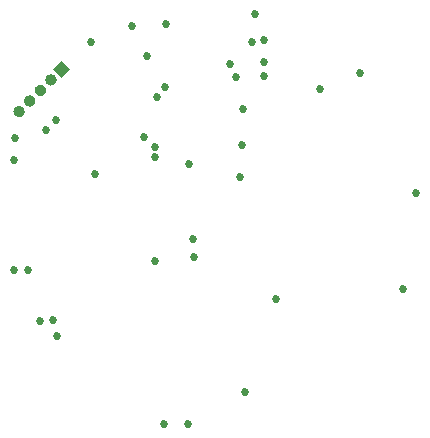
<source format=gbr>
G04 #@! TF.GenerationSoftware,KiCad,Pcbnew,(5.1.6)-1*
G04 #@! TF.CreationDate,2020-05-23T09:11:33-05:00*
G04 #@! TF.ProjectId,nrf,6e72662e-6b69-4636-9164-5f7063625858,rev?*
G04 #@! TF.SameCoordinates,Original*
G04 #@! TF.FileFunction,Copper,L2,Inr*
G04 #@! TF.FilePolarity,Positive*
%FSLAX46Y46*%
G04 Gerber Fmt 4.6, Leading zero omitted, Abs format (unit mm)*
G04 Created by KiCad (PCBNEW (5.1.6)-1) date 2020-05-23 09:11:33*
%MOMM*%
%LPD*%
G01*
G04 APERTURE LIST*
G04 #@! TA.AperFunction,ViaPad*
%ADD10C,0.100000*%
G04 #@! TD*
G04 #@! TA.AperFunction,ViaPad*
%ADD11C,0.685800*%
G04 #@! TD*
G04 APERTURE END LIST*
G04 #@! TA.AperFunction,ViaPad*
D10*
G36*
X126988944Y-98603949D02*
G01*
X127696051Y-97896842D01*
X128403158Y-98603949D01*
X127696051Y-99311056D01*
X126988944Y-98603949D01*
G37*
G04 #@! TD.AperFunction*
G04 #@! TA.AperFunction,ViaPad*
G36*
G01*
X126444472Y-99148422D02*
X126444472Y-99148422D01*
G75*
G02*
X127151578Y-99148422I353553J-353553D01*
G01*
X127151578Y-99148422D01*
G75*
G02*
X127151578Y-99855528I-353553J-353553D01*
G01*
X127151578Y-99855528D01*
G75*
G02*
X126444472Y-99855528I-353553J353553D01*
G01*
X126444472Y-99855528D01*
G75*
G02*
X126444472Y-99148422I353553J353553D01*
G01*
G37*
G04 #@! TD.AperFunction*
G04 #@! TA.AperFunction,ViaPad*
G36*
G01*
X125446846Y-100188691D02*
X125446846Y-100188691D01*
G75*
G02*
X126111309Y-99946846I453154J-211309D01*
G01*
X126111309Y-99946846D01*
G75*
G02*
X126353154Y-100611309I-211309J-453154D01*
G01*
X126353154Y-100611309D01*
G75*
G02*
X125688691Y-100853154I-453154J211309D01*
G01*
X125688691Y-100853154D01*
G75*
G02*
X125446846Y-100188691I211309J453154D01*
G01*
G37*
G04 #@! TD.AperFunction*
G04 #@! TA.AperFunction,ViaPad*
G36*
G01*
X124648421Y-100944473D02*
X124648421Y-100944473D01*
G75*
G02*
X125355527Y-100944473I353553J-353553D01*
G01*
X125355527Y-100944473D01*
G75*
G02*
X125355527Y-101651579I-353553J-353553D01*
G01*
X125355527Y-101651579D01*
G75*
G02*
X124648421Y-101651579I-353553J353553D01*
G01*
X124648421Y-101651579D01*
G75*
G02*
X124648421Y-100944473I353553J353553D01*
G01*
G37*
G04 #@! TD.AperFunction*
G04 #@! TA.AperFunction,ViaPad*
G36*
G01*
X123750396Y-101842498D02*
X123750396Y-101842498D01*
G75*
G02*
X124457502Y-101842498I353553J-353553D01*
G01*
X124457502Y-101842498D01*
G75*
G02*
X124457502Y-102549604I-353553J-353553D01*
G01*
X124457502Y-102549604D01*
G75*
G02*
X123750396Y-102549604I-353553J353553D01*
G01*
X123750396Y-102549604D01*
G75*
G02*
X123750396Y-101842498I353553J353553D01*
G01*
G37*
G04 #@! TD.AperFunction*
D11*
X153000000Y-98900000D03*
X143000000Y-105000000D03*
X157700000Y-109100000D03*
X156600000Y-117200000D03*
X136400000Y-128600000D03*
X138400000Y-128600000D03*
X143200000Y-125900000D03*
X135600000Y-114800000D03*
X138800000Y-113000000D03*
X138900000Y-114500000D03*
X125900000Y-119900000D03*
X127000000Y-119800000D03*
X127300000Y-121200000D03*
X123700000Y-115600000D03*
X124900000Y-115600000D03*
X136500000Y-100100000D03*
X142500000Y-99250000D03*
X143100000Y-102000000D03*
X135800000Y-100950000D03*
X133700000Y-94950000D03*
X143850000Y-96300000D03*
X144050000Y-93950000D03*
X144800000Y-96100000D03*
X144800000Y-97950000D03*
X144800000Y-99150000D03*
X149550000Y-100250000D03*
X142800000Y-107750000D03*
X134700000Y-104350000D03*
X135650000Y-106000000D03*
X135650000Y-105150000D03*
X138450000Y-106600000D03*
X123700000Y-106300000D03*
X123750000Y-104400000D03*
X126350000Y-103750000D03*
X145850000Y-118100000D03*
X136550000Y-94800000D03*
X142000000Y-98150000D03*
X130536000Y-107475840D03*
X127198440Y-102873360D03*
X134950000Y-97500000D03*
X130200000Y-96300000D03*
M02*

</source>
